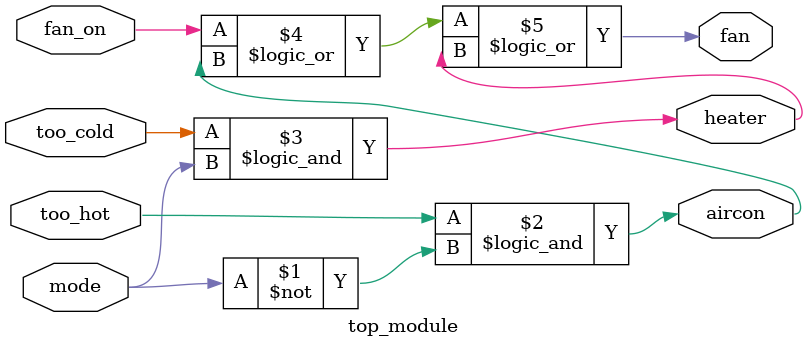
<source format=v>


// The thermostat can be in one of two modes: heating (mode = 1) and cooling (mode = 0). In heating mode,
// turn the heater on when it is too cold (too_cold = 1) but do not use the air conditioner. In cooling mode, turn the air conditioner
// on when it is too hot (too_hot = 1), but do not turn on the heater. When the heater or air conditioner are on, also turn on the fan to
// circulate the air. In addition, the user can also request the fan to turn on (fan_on = 1), even if the heater and air conditioner are off.

// Try to use only assign statements, to see whether you can translate a problem description into a collection of logic gates.

// Solution
module top_module (
    input too_cold,
    input too_hot,
    input mode,
    input fan_on,
    output heater,
    output aircon,
    output fan
); 
    
    // fan must be on if the heater or the ac is ON or user can directly ON the fan only;
    // AC must the On when both the too_hot and mode is true;
    // Heater must be ON, When too_cold is true and mode is false;
    assign aircon = too_hot && ~mode;
    assign heater = too_cold && mode;
    assign fan = fan_on || aircon || heater;
    

endmodule

</source>
